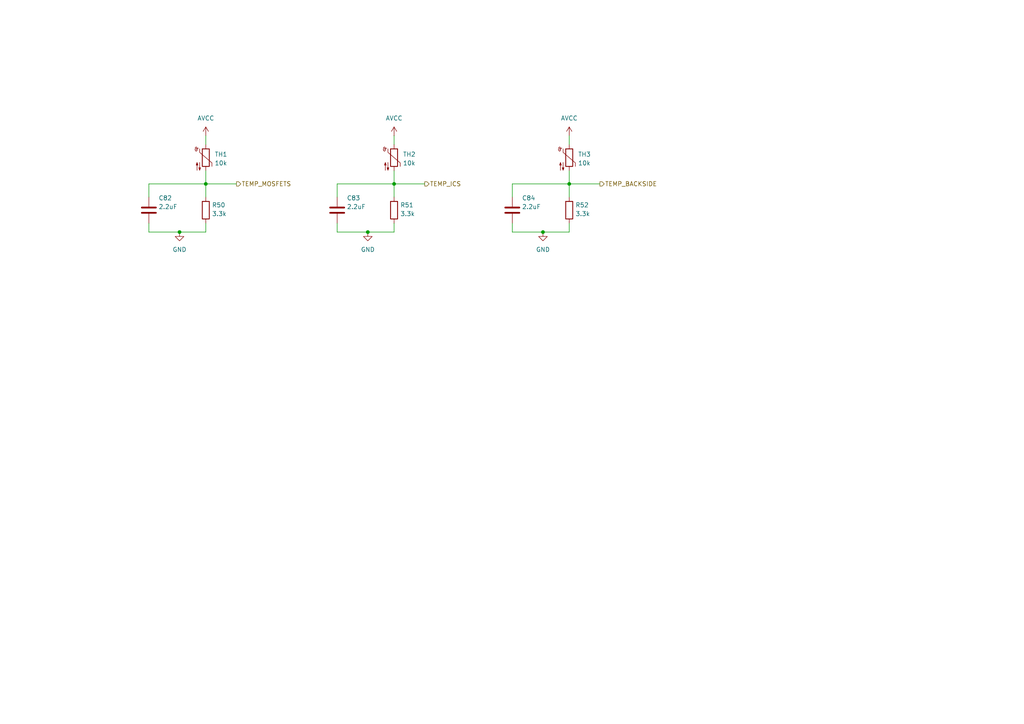
<source format=kicad_sch>
(kicad_sch (version 20231120) (generator "eeschema") (generator_version "8.0")
  (paper "A4")
  (lib_symbols
    (symbol "Device:C" (pin_numbers hide) (pin_names (offset 0.254))
      (property "Reference" "C" (at 0.635 2.54 0))
      (property "Value" "C" (at 0.635 -2.54 0))
      (symbol "C_0_1"
        (polyline (pts (xy -2.032 -0.762) (xy 2.032 -0.762)) (stroke (width 0.508)))
        (polyline (pts (xy -2.032 0.762) (xy 2.032 0.762)) (stroke (width 0.508)))
      )
      (symbol "C_1_1"
        (pin passive line (at 0 3.81 270) (length 2.794) (name "~") (number "1"))
        (pin passive line (at 0 -3.81 90) (length 2.794) (name "~") (number "2"))
      )
    )
    (symbol "Device:R" (pin_numbers hide) (pin_names (offset 0))
      (property "Reference" "R" (at 2.032 0 90))
      (property "Value" "R" (at 0 0 90))
      (symbol "R_0_1"
        (rectangle (start -1.016 -2.54) (end 1.016 2.54) (stroke (width 0.254)))
      )
      (symbol "R_1_1"
        (pin passive line (at 0 3.81 270) (length 1.27) (name "~") (number "1"))
        (pin passive line (at 0 -3.81 90) (length 1.27) (name "~") (number "2"))
      )
    )
    (symbol "Device:Thermistor_NTC" (pin_numbers hide) (pin_names (offset 0))
      (property "Reference" "TH" (at -4.445 0 90))
      (property "Value" "Thermistor_NTC" (at 3.175 0 90))
      (symbol "Thermistor_NTC_0_1"
        (arc (start -3.048 2.159) (mid -3.0495 2.3143) (end -3.175 2.413))
        (arc (start -3.048 2.159) (mid -2.9736 1.9794) (end -2.794 1.905))
        (arc (start -3.048 2.794) (mid -2.9736 2.6144) (end -2.794 2.54))
        (arc (start -2.794 1.905) (mid -2.6144 1.9794) (end -2.54 2.159))
        (arc (start -2.794 2.54) (mid -2.4393 2.5587) (end -2.159 2.794))
        (arc (start -2.794 3.048) (mid -2.9736 2.9736) (end -3.048 2.794))
        (arc (start -2.54 2.794) (mid -2.6144 2.9736) (end -2.794 3.048))
        (rectangle (start -1.016 2.54) (end 1.016 -2.54) (stroke (width 0.254)))
        (polyline (pts (xy -2.54 2.159) (xy -2.54 2.794)))
        (polyline (pts (xy -1.778 2.54) (xy -1.778 1.524) (xy 1.778 -1.524) (xy 1.778 -2.54)))
        (polyline (pts (xy -2.54 -3.683) (xy -2.54 -1.397) (xy -2.794 -2.159) (xy -2.286 -2.159) (xy -2.54 -1.397) (xy -2.54 -1.651)) (fill (type outline)))
        (polyline (pts (xy -1.778 -1.397) (xy -1.778 -3.683) (xy -2.032 -2.921) (xy -1.524 -2.921) (xy -1.778 -3.683) (xy -1.778 -3.429)) (fill (type outline)))
      )
      (symbol "Thermistor_NTC_1_1"
        (pin passive line (at 0 3.81 270) (length 1.27) (name "~") (number "1"))
        (pin passive line (at 0 -3.81 90) (length 1.27) (name "~") (number "2"))
      )
    )
    (symbol "power:GND" (power) (pin_numbers hide) (pin_names (offset 0) hide)
      (property "Value" "GND" (at 0 -3.81 0))
      (symbol "GND_0_1"
        (polyline (pts (xy 0 0) (xy 0 -1.27) (xy 1.27 -1.27) (xy 0 -2.54) (xy -1.27 -1.27) (xy 0 -1.27)))
      )
      (symbol "GND_1_1"
        (pin power_in line (at 0 0 270) (length 0) (name "~") (number "1"))
      )
    )
    (symbol "power:VCC" (power) (pin_numbers hide) (pin_names (offset 0) hide)
      (property "Value" "VCC" (at 0 3.556 0))
      (symbol "VCC_0_1"
        (polyline (pts (xy -0.762 1.27) (xy 0 2.54)))
        (polyline (pts (xy 0 0) (xy 0 2.54)))
        (polyline (pts (xy 0 2.54) (xy 0.762 1.27)))
      )
      (symbol "VCC_1_1"
        (pin power_in line (at 0 0 90) (length 0) (name "~") (number "1"))
      )
    )
  )
  (junction (at 165.1 53.34))
  (junction (at 157.48 67.31))
  (junction (at 106.68 67.31))
  (junction (at 114.3 53.34))
  (junction (at 52.07 67.31))
  (junction (at 59.69 53.34))
  (wire (pts (xy 148.59 53.34) (xy 165.1 53.34)))
  (wire (pts (xy 114.3 53.34) (xy 114.3 57.15)))
  (wire (pts (xy 59.69 49.53) (xy 59.69 53.34)))
  (wire (pts (xy 165.1 53.34) (xy 173.99 53.34)))
  (wire (pts (xy 43.18 57.15) (xy 43.18 53.34)))
  (wire (pts (xy 43.18 53.34) (xy 59.69 53.34)))
  (wire (pts (xy 59.69 39.37) (xy 59.69 41.91)))
  (wire (pts (xy 165.1 49.53) (xy 165.1 53.34)))
  (wire (pts (xy 106.68 67.31) (xy 114.3 67.31)))
  (wire (pts (xy 59.69 53.34) (xy 68.58 53.34)))
  (wire (pts (xy 59.69 53.34) (xy 59.69 57.15)))
  (wire (pts (xy 97.79 57.15) (xy 97.79 53.34)))
  (wire (pts (xy 165.1 39.37) (xy 165.1 41.91)))
  (wire (pts (xy 148.59 67.31) (xy 157.48 67.31)))
  (wire (pts (xy 43.18 67.31) (xy 52.07 67.31)))
  (wire (pts (xy 157.48 67.31) (xy 165.1 67.31)))
  (wire (pts (xy 165.1 67.31) (xy 165.1 64.77)))
  (wire (pts (xy 165.1 53.34) (xy 165.1 57.15)))
  (wire (pts (xy 114.3 53.34) (xy 123.19 53.34)))
  (wire (pts (xy 114.3 49.53) (xy 114.3 53.34)))
  (wire (pts (xy 114.3 67.31) (xy 114.3 64.77)))
  (wire (pts (xy 59.69 67.31) (xy 59.69 64.77)))
  (wire (pts (xy 97.79 53.34) (xy 114.3 53.34)))
  (wire (pts (xy 148.59 64.77) (xy 148.59 67.31)))
  (wire (pts (xy 148.59 57.15) (xy 148.59 53.34)))
  (wire (pts (xy 52.07 67.31) (xy 59.69 67.31)))
  (wire (pts (xy 114.3 39.37) (xy 114.3 41.91)))
  (wire (pts (xy 97.79 67.31) (xy 106.68 67.31)))
  (wire (pts (xy 43.18 64.77) (xy 43.18 67.31)))
  (wire (pts (xy 97.79 64.77) (xy 97.79 67.31)))
  (hierarchical_label "TEMP_BACKSIDE" (shape output) (at 173.99 53.34 0))
  (hierarchical_label "TEMP_ICS" (shape output) (at 123.19 53.34 0))
  (hierarchical_label "TEMP_MOSFETS" (shape output) (at 68.58 53.34 0))
  (symbol (lib_id "power:GND") (at 52.07 67.31 0) (unit 1)
    (property "Reference" "#PWR0101" (effects (hide yes)))
    (property "Value" "GND" (at 52.07 72.39 0))
    (property "Description" "Power symbol creates a global label with name \"GND\" , ground" (effects (hide yes)))
  )
  (symbol (lib_id "Device:Thermistor_NTC") (at 59.69 45.72 0) (unit 1)
    (property "Reference" "TH1" (at 62.23 44.7674 0) (effects (justify left)))
    (property "Value" "10k" (at 62.23 47.3074 0) (effects (justify left)))
    (property "Footprint" "Resistor_SMD:R_0402_1005Metric" (effects (hide yes)))
    (property "Datasheet" "NCP15XH103F03RC" (effects (hide yes)))
    (property "Description" "Temperature dependent resistor, negative temperature coefficient" (effects (hide yes)))
    (property "LCSC Part #" "C77131" (effects (hide yes)))
  )
  (symbol (lib_id "power:VCC") (at 165.1 39.37 0) (unit 1)
    (property "Reference" "#PWR0119" (effects (hide yes)))
    (property "Value" "AVCC" (at 165.1 34.29 0))
    (property "Description" "Power symbol creates a global label with name \"VCC\"" (effects (hide yes)))
  )
  (symbol (lib_id "Device:Thermistor_NTC") (at 114.3 45.72 0) (unit 1)
    (property "Reference" "TH2" (at 116.84 44.7674 0) (effects (justify left)))
    (property "Value" "10k" (at 116.84 47.3074 0) (effects (justify left)))
    (property "Footprint" "Resistor_SMD:R_0402_1005Metric" (effects (hide yes)))
    (property "Datasheet" "NCP15XH103F03RC" (effects (hide yes)))
    (property "Description" "Temperature dependent resistor, negative temperature coefficient" (effects (hide yes)))
    (property "LCSC Part #" "C77131" (effects (hide yes)))
  )
  (symbol (lib_id "Device:C") (at 43.18 60.96 0) (unit 1)
    (property "Reference" "C82" (at 45.974 58.166 0) (effects (justify left bottom)))
    (property "Value" "2.2uF" (at 45.974 60.706 0) (effects (justify left bottom)))
    (property "Footprint" "Capacitor_SMD:C_0603_1608Metric" (effects (hide yes)))
    (property "Description" "CAP CER 2.2UF 16V X5R 0603" (effects (hide yes)))
    (property "SUPPLIER 1" "Digi-Key" (effects (hide yes)))
    (property "SUPPLIER PART NUMBER 1" "490-3296-1-ND" (effects (hide yes)))
    (property "MANUFACTURER" "Murata Electronics North America" (effects (hide yes)))
    (property "MANUFACTURER PART NUMBER" "GRM188R61C225KE15D" (effects (hide yes)))
    (property "ROHS" "RoHS Compliant" (effects (hide yes)))
    (property "CATEGORY" "Capacitors" (effects (hide yes)))
    (property "STOCK 1" "1255740" (effects (hide yes)))
    (property "PRICING 1" "1=0.12, 10=0.08, 50=0.046, 100=0.038, 250=0.032, 500=0.0268, 1000=0.022 (USD)" (effects (hide yes)))
    (property "PACKAGING" "Cut Tape (CT)" (effects (hide yes)))
    (property "CAPACITANCE" "2.2µF" (effects (hide yes)))
    (property "TOLERANCE" "±10%" (effects (hide yes)))
    (property "VOLTAGE - RATED" "16V" (effects (hide yes)))
    (property "TEMPERATURE COEFFICIENT" "X5R" (effects (hide yes)))
    (property "MOUNTING TYPE" "Surface Mount, MLCC" (effects (hide yes)))
    (property "OPERATING TEMPERATURE" "-55°C ~ 85°C" (effects (hide yes)))
    (property "APPLICATIONS" "General Purpose" (effects (hide yes)))
    (property "RATINGS" "-" (effects (hide yes)))
    (property "PACKAGE / CASE" "0603 (1608 Metric)" (effects (hide yes)))
    (property "SIZE / DIMENSION" "0.063\" L x 0.031\" W (1.60mm x 0.80mm)" (effects (hide yes)))
    (property "HEIGHT - SEATED (MAX)" "-" (effects (hide yes)))
    (property "THICKNESS (MAX)" "0.035\" (0.90mm)" (effects (hide yes)))
    (property "LEAD SPACING" "-" (effects (hide yes)))
    (property "FEATURES" "-" (effects (hide yes)))
    (property "LEAD STYLE" "-" (effects (hide yes)))
    (property "COMPONENTLINK1URL" "http://www.murata.com/~/media/webrenewal/support/library/catalog/products/capacitor/mlcc/c02e.pdf" (effects (hide yes)))
    (property "COMPONENTLINK1DESCRIPTION" "http://www.murata.com/~/media/webrenewal/support/library/catalog/products/capacitor/mlcc/c02e.pdf" (effects (hide yes)))
    (property "LCSC Part #" "C77183" (effects (hide yes)))
  )
  (symbol (lib_id "power:GND") (at 106.68 67.31 0) (unit 1)
    (property "Reference" "#PWR0102" (effects (hide yes)))
    (property "Value" "GND" (at 106.68 72.39 0))
    (property "Description" "Power symbol creates a global label with name \"GND\" , ground" (effects (hide yes)))
  )
  (symbol (lib_id "Device:C") (at 148.59 60.96 0) (unit 1)
    (property "Reference" "C84" (at 151.384 58.166 0) (effects (justify left bottom)))
    (property "Value" "2.2uF" (at 151.384 60.706 0) (effects (justify left bottom)))
    (property "Footprint" "Capacitor_SMD:C_0603_1608Metric" (effects (hide yes)))
    (property "Description" "CAP CER 2.2UF 16V X5R 0603" (effects (hide yes)))
    (property "SUPPLIER 1" "Digi-Key" (effects (hide yes)))
    (property "SUPPLIER PART NUMBER 1" "490-3296-1-ND" (effects (hide yes)))
    (property "MANUFACTURER" "Murata Electronics North America" (effects (hide yes)))
    (property "MANUFACTURER PART NUMBER" "GRM188R61C225KE15D" (effects (hide yes)))
    (property "ROHS" "RoHS Compliant" (effects (hide yes)))
    (property "CATEGORY" "Capacitors" (effects (hide yes)))
    (property "STOCK 1" "1255740" (effects (hide yes)))
    (property "PRICING 1" "1=0.12, 10=0.08, 50=0.046, 100=0.038, 250=0.032, 500=0.0268, 1000=0.022 (USD)" (effects (hide yes)))
    (property "PACKAGING" "Cut Tape (CT)" (effects (hide yes)))
    (property "CAPACITANCE" "2.2µF" (effects (hide yes)))
    (property "TOLERANCE" "±10%" (effects (hide yes)))
    (property "VOLTAGE - RATED" "16V" (effects (hide yes)))
    (property "TEMPERATURE COEFFICIENT" "X5R" (effects (hide yes)))
    (property "MOUNTING TYPE" "Surface Mount, MLCC" (effects (hide yes)))
    (property "OPERATING TEMPERATURE" "-55°C ~ 85°C" (effects (hide yes)))
    (property "APPLICATIONS" "General Purpose" (effects (hide yes)))
    (property "RATINGS" "-" (effects (hide yes)))
    (property "PACKAGE / CASE" "0603 (1608 Metric)" (effects (hide yes)))
    (property "SIZE / DIMENSION" "0.063\" L x 0.031\" W (1.60mm x 0.80mm)" (effects (hide yes)))
    (property "HEIGHT - SEATED (MAX)" "-" (effects (hide yes)))
    (property "THICKNESS (MAX)" "0.035\" (0.90mm)" (effects (hide yes)))
    (property "LEAD SPACING" "-" (effects (hide yes)))
    (property "FEATURES" "-" (effects (hide yes)))
    (property "LEAD STYLE" "-" (effects (hide yes)))
    (property "COMPONENTLINK1URL" "http://www.murata.com/~/media/webrenewal/support/library/catalog/products/capacitor/mlcc/c02e.pdf" (effects (hide yes)))
    (property "COMPONENTLINK1DESCRIPTION" "http://www.murata.com/~/media/webrenewal/support/library/catalog/products/capacitor/mlcc/c02e.pdf" (effects (hide yes)))
    (property "LCSC Part #" "C77183" (effects (hide yes)))
  )
  (symbol (lib_id "Device:Thermistor_NTC") (at 165.1 45.72 0) (unit 1)
    (property "Reference" "TH3" (at 167.64 44.7674 0) (effects (justify left)))
    (property "Value" "10k" (at 167.64 47.3074 0) (effects (justify left)))
    (property "Footprint" "Resistor_SMD:R_0402_1005Metric" (effects (hide yes)))
    (property "Datasheet" "NCP15XH103F03RC" (effects (hide yes)))
    (property "Description" "Temperature dependent resistor, negative temperature coefficient" (effects (hide yes)))
    (property "LCSC Part #" "C77131" (effects (hide yes)))
  )
  (symbol (lib_id "Device:R") (at 59.69 60.96 0) (unit 1)
    (property "Reference" "R50" (at 61.468 60.198 0) (effects (justify left bottom)))
    (property "Value" "3.3k" (at 61.468 62.738 0) (effects (justify left bottom)))
    (property "Footprint" "Resistor_SMD:R_0603_1608Metric" (effects (hide yes)))
    (property "Description" "RES SMD 3.3K OHM 1% 1/10W 0603" (effects (hide yes)))
    (property "SUPPLIER 1" "Digi-Key" (effects (hide yes)))
    (property "SUPPLIER PART NUMBER 1" "311-3.30KHRCT-ND" (effects (hide yes)))
    (property "MANUFACTURER" "Yageo" (effects (hide yes)))
    (property "ROHS" "RoHS Compliant" (effects (hide yes)))
    (property "CATEGORY" "Resistors" (effects (hide yes)))
    (property "STOCK 1" "420019" (effects (hide yes)))
    (property "PRICING 1" "1=0.1, 10=0.014, 25=0.01, 100=0.0057, 250=0.00436, 500=0.00348, 1000=0.00257, 2500=0.00223 (USD)" (effects (hide yes)))
    (property "PACKAGING" "Cut Tape (CT)" (effects (hide yes)))
    (property "TOLERANCE" "±1%" (effects (hide yes)))
    (property "POWER (WATTS)" "0.1W, 1/10W" (effects (hide yes)))
    (property "COMPOSITION" "Thick Film" (effects (hide yes)))
    (property "FEATURES" "Moisture Resistant" (effects (hide yes)))
    (property "TEMPERATURE COEFFICIENT" "±100ppm/°C" (effects (hide yes)))
    (property "OPERATING TEMPERATURE" "-55°C ~ 155°C" (effects (hide yes)))
    (property "PACKAGE / CASE" "0603 (1608 Metric)" (effects (hide yes)))
    (property "SUPPLIER DEVICE PACKAGE" "0603" (effects (hide yes)))
    (property "SIZE / DIMENSION" "0.063\" L x 0.031\" W (1.60mm x 0.80mm)" (effects (hide yes)))
    (property "HEIGHT" "0.022\" (0.55mm)" (effects (hide yes)))
    (property "NUMBER OF TERMINATIONS" "2" (effects (hide yes)))
    (property "COMPONENTLINK1URL" "http://www.yageo.com/documents/recent/PYu-RC_Group_51_RoHS_L_04.pdf" (effects (hide yes)))
    (property "COMPONENTLINK1DESCRIPTION" "http://www.yageo.com/documents/recent/PYu-RC_Group_51_RoHS_L_04.pdf" (effects (hide yes)))
    (property "MANUFACTURER PART NUMBER" "RC0603FR-073K3L" (effects (hide yes)))
    (property "RESISTANCE (OHMS)" "3.3k" (effects (hide yes)))
    (property "LCSC Part #" " C108078" (effects (hide yes)))
  )
  (symbol (lib_id "power:GND") (at 157.48 67.31 0) (unit 1)
    (property "Reference" "#PWR0118" (effects (hide yes)))
    (property "Value" "GND" (at 157.48 72.39 0))
    (property "Description" "Power symbol creates a global label with name \"GND\" , ground" (effects (hide yes)))
  )
  (symbol (lib_id "Device:C") (at 97.79 60.96 0) (unit 1)
    (property "Reference" "C83" (at 100.584 58.166 0) (effects (justify left bottom)))
    (property "Value" "2.2uF" (at 100.584 60.706 0) (effects (justify left bottom)))
    (property "Footprint" "Capacitor_SMD:C_0603_1608Metric" (effects (hide yes)))
    (property "Description" "CAP CER 2.2UF 16V X5R 0603" (effects (hide yes)))
    (property "SUPPLIER 1" "Digi-Key" (effects (hide yes)))
    (property "SUPPLIER PART NUMBER 1" "490-3296-1-ND" (effects (hide yes)))
    (property "MANUFACTURER" "Murata Electronics North America" (effects (hide yes)))
    (property "MANUFACTURER PART NUMBER" "GRM188R61C225KE15D" (effects (hide yes)))
    (property "ROHS" "RoHS Compliant" (effects (hide yes)))
    (property "CATEGORY" "Capacitors" (effects (hide yes)))
    (property "STOCK 1" "1255740" (effects (hide yes)))
    (property "PRICING 1" "1=0.12, 10=0.08, 50=0.046, 100=0.038, 250=0.032, 500=0.0268, 1000=0.022 (USD)" (effects (hide yes)))
    (property "PACKAGING" "Cut Tape (CT)" (effects (hide yes)))
    (property "CAPACITANCE" "2.2µF" (effects (hide yes)))
    (property "TOLERANCE" "±10%" (effects (hide yes)))
    (property "VOLTAGE - RATED" "16V" (effects (hide yes)))
    (property "TEMPERATURE COEFFICIENT" "X5R" (effects (hide yes)))
    (property "MOUNTING TYPE" "Surface Mount, MLCC" (effects (hide yes)))
    (property "OPERATING TEMPERATURE" "-55°C ~ 85°C" (effects (hide yes)))
    (property "APPLICATIONS" "General Purpose" (effects (hide yes)))
    (property "RATINGS" "-" (effects (hide yes)))
    (property "PACKAGE / CASE" "0603 (1608 Metric)" (effects (hide yes)))
    (property "SIZE / DIMENSION" "0.063\" L x 0.031\" W (1.60mm x 0.80mm)" (effects (hide yes)))
    (property "HEIGHT - SEATED (MAX)" "-" (effects (hide yes)))
    (property "THICKNESS (MAX)" "0.035\" (0.90mm)" (effects (hide yes)))
    (property "LEAD SPACING" "-" (effects (hide yes)))
    (property "FEATURES" "-" (effects (hide yes)))
    (property "LEAD STYLE" "-" (effects (hide yes)))
    (property "COMPONENTLINK1URL" "http://www.murata.com/~/media/webrenewal/support/library/catalog/products/capacitor/mlcc/c02e.pdf" (effects (hide yes)))
    (property "COMPONENTLINK1DESCRIPTION" "http://www.murata.com/~/media/webrenewal/support/library/catalog/products/capacitor/mlcc/c02e.pdf" (effects (hide yes)))
    (property "LCSC Part #" "C77183" (effects (hide yes)))
  )
  (symbol (lib_id "power:VCC") (at 59.69 39.37 0) (unit 1)
    (property "Reference" "#PWR0100" (effects (hide yes)))
    (property "Value" "AVCC" (at 59.69 34.29 0))
    (property "Description" "Power symbol creates a global label with name \"VCC\"" (effects (hide yes)))
  )
  (symbol (lib_id "Device:R") (at 165.1 60.96 0) (unit 1)
    (property "Reference" "R52" (at 166.878 60.198 0) (effects (justify left bottom)))
    (property "Value" "3.3k" (at 166.878 62.738 0) (effects (justify left bottom)))
    (property "Footprint" "Resistor_SMD:R_0603_1608Metric" (effects (hide yes)))
    (property "Description" "RES SMD 3.3K OHM 1% 1/10W 0603" (effects (hide yes)))
    (property "SUPPLIER 1" "Digi-Key" (effects (hide yes)))
    (property "SUPPLIER PART NUMBER 1" "311-3.30KHRCT-ND" (effects (hide yes)))
    (property "MANUFACTURER" "Yageo" (effects (hide yes)))
    (property "ROHS" "RoHS Compliant" (effects (hide yes)))
    (property "CATEGORY" "Resistors" (effects (hide yes)))
    (property "STOCK 1" "420019" (effects (hide yes)))
    (property "PRICING 1" "1=0.1, 10=0.014, 25=0.01, 100=0.0057, 250=0.00436, 500=0.00348, 1000=0.00257, 2500=0.00223 (USD)" (effects (hide yes)))
    (property "PACKAGING" "Cut Tape (CT)" (effects (hide yes)))
    (property "TOLERANCE" "±1%" (effects (hide yes)))
    (property "POWER (WATTS)" "0.1W, 1/10W" (effects (hide yes)))
    (property "COMPOSITION" "Thick Film" (effects (hide yes)))
    (property "FEATURES" "Moisture Resistant" (effects (hide yes)))
    (property "TEMPERATURE COEFFICIENT" "±100ppm/°C" (effects (hide yes)))
    (property "OPERATING TEMPERATURE" "-55°C ~ 155°C" (effects (hide yes)))
    (property "PACKAGE / CASE" "0603 (1608 Metric)" (effects (hide yes)))
    (property "SUPPLIER DEVICE PACKAGE" "0603" (effects (hide yes)))
    (property "SIZE / DIMENSION" "0.063\" L x 0.031\" W (1.60mm x 0.80mm)" (effects (hide yes)))
    (property "HEIGHT" "0.022\" (0.55mm)" (effects (hide yes)))
    (property "NUMBER OF TERMINATIONS" "2" (effects (hide yes)))
    (property "COMPONENTLINK1URL" "http://www.yageo.com/documents/recent/PYu-RC_Group_51_RoHS_L_04.pdf" (effects (hide yes)))
    (property "COMPONENTLINK1DESCRIPTION" "http://www.yageo.com/documents/recent/PYu-RC_Group_51_RoHS_L_04.pdf" (effects (hide yes)))
    (property "MANUFACTURER PART NUMBER" "RC0603FR-073K3L" (effects (hide yes)))
    (property "RESISTANCE (OHMS)" "3.3k" (effects (hide yes)))
    (property "LCSC Part #" " C108078" (effects (hide yes)))
  )
  (symbol (lib_id "Device:R") (at 114.3 60.96 0) (unit 1)
    (property "Reference" "R51" (at 116.078 60.198 0) (effects (justify left bottom)))
    (property "Value" "3.3k" (at 116.078 62.738 0) (effects (justify left bottom)))
    (property "Footprint" "Resistor_SMD:R_0603_1608Metric" (effects (hide yes)))
    (property "Description" "RES SMD 3.3K OHM 1% 1/10W 0603" (effects (hide yes)))
    (property "SUPPLIER 1" "Digi-Key" (effects (hide yes)))
    (property "SUPPLIER PART NUMBER 1" "311-3.30KHRCT-ND" (effects (hide yes)))
    (property "MANUFACTURER" "Yageo" (effects (hide yes)))
    (property "ROHS" "RoHS Compliant" (effects (hide yes)))
    (property "CATEGORY" "Resistors" (effects (hide yes)))
    (property "STOCK 1" "420019" (effects (hide yes)))
    (property "PRICING 1" "1=0.1, 10=0.014, 25=0.01, 100=0.0057, 250=0.00436, 500=0.00348, 1000=0.00257, 2500=0.00223 (USD)" (effects (hide yes)))
    (property "PACKAGING" "Cut Tape (CT)" (effects (hide yes)))
    (property "TOLERANCE" "±1%" (effects (hide yes)))
    (property "POWER (WATTS)" "0.1W, 1/10W" (effects (hide yes)))
    (property "COMPOSITION" "Thick Film" (effects (hide yes)))
    (property "FEATURES" "Moisture Resistant" (effects (hide yes)))
    (property "TEMPERATURE COEFFICIENT" "±100ppm/°C" (effects (hide yes)))
    (property "OPERATING TEMPERATURE" "-55°C ~ 155°C" (effects (hide yes)))
    (property "PACKAGE / CASE" "0603 (1608 Metric)" (effects (hide yes)))
    (property "SUPPLIER DEVICE PACKAGE" "0603" (effects (hide yes)))
    (property "SIZE / DIMENSION" "0.063\" L x 0.031\" W (1.60mm x 0.80mm)" (effects (hide yes)))
    (property "HEIGHT" "0.022\" (0.55mm)" (effects (hide yes)))
    (property "NUMBER OF TERMINATIONS" "2" (effects (hide yes)))
    (property "COMPONENTLINK1URL" "http://www.yageo.com/documents/recent/PYu-RC_Group_51_RoHS_L_04.pdf" (effects (hide yes)))
    (property "COMPONENTLINK1DESCRIPTION" "http://www.yageo.com/documents/recent/PYu-RC_Group_51_RoHS_L_04.pdf" (effects (hide yes)))
    (property "MANUFACTURER PART NUMBER" "RC0603FR-073K3L" (effects (hide yes)))
    (property "RESISTANCE (OHMS)" "3.3k" (effects (hide yes)))
    (property "LCSC Part #" " C108078" (effects (hide yes)))
  )
  (symbol (lib_id "power:VCC") (at 114.3 39.37 0) (unit 1)
    (property "Reference" "#PWR0110" (effects (hide yes)))
    (property "Value" "AVCC" (at 114.3 34.29 0))
    (property "Description" "Power symbol creates a global label with name \"VCC\"" (effects (hide yes)))
  )
)
</source>
